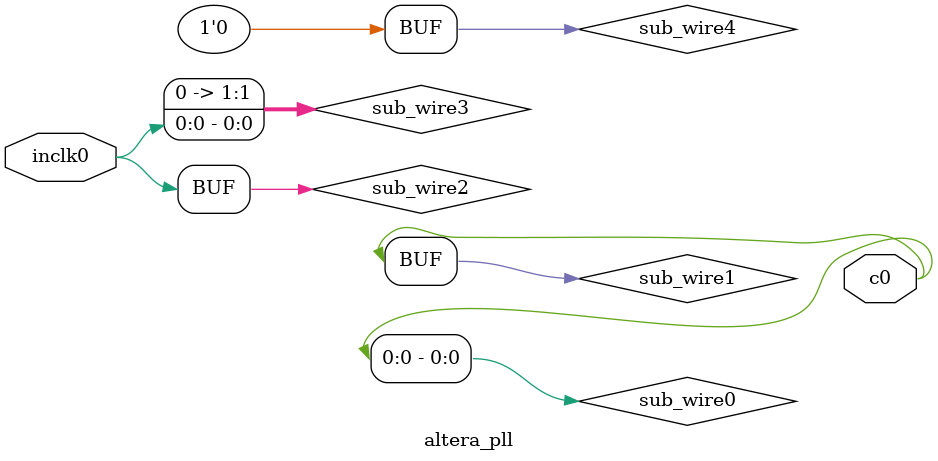
<source format=v>

`include "minsoc_defines.v"

module altera_pll (
	inclk0,
	c0);

        parameter FREQ_MULT = 1;
        parameter FREQ_DIV = 1;

	input	  inclk0;
	output	  c0;


`ifdef ARRIA_GX
    localparam FAMILY = "Arria GX";
`elsif ARRIA_II_GX
    localparam FAMILY = "Arria II GX";
`elsif CYCLONE_I
    localparam FAMILY = "Cyclone I";
`elsif CYCLONE_II
    localparam FAMILY = "Cyclone II";
`elsif CYCLONE_III
    localparam FAMILY = "Cyclone III";
`elsif CYCLONE_III_LS
    localparam FAMILY = "Cyclone III LS";
`elsif CYCLONE_IV_E
    localparam FAMILY = "Cyclone IV E";
`elsif CYCLONE_IV_GS
    localparam FAMILY = "Cyclone IV GS";
`elsif MAX_II
    localparam FAMILY = "MAX II";
`elsif MAX_V
    localparam FAMILY = "MAX V";
`elsif MAX3000A
    localparam FAMILY = "MAX3000A";
`elsif MAX7000AE
    localparam FAMILY = "MAX7000AE";
`elsif MAX7000B
    localparam FAMILY = "MAX7000B";
`elsif MAX7000S
    localparam FAMILY = "MAX7000S";
`elsif STRATIX
    localparam FAMILY = "Stratix";
`elsif STRATIX_II
    defapram systemPll.FAMILY = "Stratix II";
`elsif STRATIX_II_GX
    localparam FAMILY = "Stratix II GX";
`elsif STRATIX_III
    localparam FAMILY = "Stratix III"
`endif


	wire [4:0] sub_wire0;
	wire [0:0] sub_wire4 = 1'h0;
	wire [0:0] sub_wire1 = sub_wire0[0:0];
	wire  c0 = sub_wire1;
	wire  sub_wire2 = inclk0;
	wire [1:0] sub_wire3 = {sub_wire4, sub_wire2};

`ifdef ALTERA_FPGA
	altpll	altpll_component (
				.inclk (sub_wire3),
				.clk (sub_wire0),
				.activeclock (),
				.areset (1'b0),
				.clkbad (),
				.clkena ({6{1'b1}}),
				.clkloss (),
				.clkswitch (1'b0),
				.configupdate (1'b0),
				.enable0 (),
				.enable1 (),
				.extclk (),
				.extclkena ({4{1'b1}}),
				.fbin (1'b1),
				.fbmimicbidir (),
				.fbout (),
				.fref (),
				.icdrclk (),
				.locked (),
				.pfdena (1'b1),
				.phasecounterselect ({4{1'b1}}),
				.phasedone (),
				.phasestep (1'b1),
				.phaseupdown (1'b1),
				.pllena (1'b1),
				.scanaclr (1'b0),
				.scanclk (1'b0),
				.scanclkena (1'b1),
				.scandata (1'b0),
				.scandataout (),
				.scandone (),
				.scanread (1'b0),
				.scanwrite (1'b0),
				.sclkout0 (),
				.sclkout1 (),
				.vcooverrange (),
				.vcounderrange ());
	defparam
		altpll_component.bandwidth_type = "AUTO",
		altpll_component.clk0_divide_by = FREQ_DIV,
		altpll_component.clk0_duty_cycle = 50,
		altpll_component.clk0_multiply_by = FREQ_MULT,
		altpll_component.clk0_phase_shift = "0",
		altpll_component.compensate_clock = "CLK0",
		altpll_component.inclk0_input_frequency = 20000,
		altpll_component.intended_device_family = FAMILY,
		altpll_component.lpm_hint = "CBX_MODULE_PREFIX=minsocPll",
		altpll_component.lpm_type = "altpll",
		altpll_component.operation_mode = "NORMAL",
		altpll_component.pll_type = "AUTO",
		altpll_component.port_activeclock = "PORT_UNUSED",
		altpll_component.port_areset = "PORT_UNUSED",
		altpll_component.port_clkbad0 = "PORT_UNUSED",
		altpll_component.port_clkbad1 = "PORT_UNUSED",
		altpll_component.port_clkloss = "PORT_UNUSED",
		altpll_component.port_clkswitch = "PORT_UNUSED",
		altpll_component.port_configupdate = "PORT_UNUSED",
		altpll_component.port_fbin = "PORT_UNUSED",
		altpll_component.port_inclk0 = "PORT_USED",
		altpll_component.port_inclk1 = "PORT_UNUSED",
		altpll_component.port_locked = "PORT_UNUSED",
		altpll_component.port_pfdena = "PORT_UNUSED",
		altpll_component.port_phasecounterselect = "PORT_UNUSED",
		altpll_component.port_phasedone = "PORT_UNUSED",
		altpll_component.port_phasestep = "PORT_UNUSED",
		altpll_component.port_phaseupdown = "PORT_UNUSED",
		altpll_component.port_pllena = "PORT_UNUSED",
		altpll_component.port_scanaclr = "PORT_UNUSED",
		altpll_component.port_scanclk = "PORT_UNUSED",
		altpll_component.port_scanclkena = "PORT_UNUSED",
		altpll_component.port_scandata = "PORT_UNUSED",
		altpll_component.port_scandataout = "PORT_UNUSED",
		altpll_component.port_scandone = "PORT_UNUSED",
		altpll_component.port_scanread = "PORT_UNUSED",
		altpll_component.port_scanwrite = "PORT_UNUSED",
		altpll_component.port_clk0 = "PORT_USED",
		altpll_component.port_clk1 = "PORT_UNUSED",
		altpll_component.port_clk2 = "PORT_UNUSED",
		altpll_component.port_clk3 = "PORT_UNUSED",
		altpll_component.port_clk4 = "PORT_UNUSED",
		altpll_component.port_clk5 = "PORT_UNUSED",
		altpll_component.port_clkena0 = "PORT_UNUSED",
		altpll_component.port_clkena1 = "PORT_UNUSED",
		altpll_component.port_clkena2 = "PORT_UNUSED",
		altpll_component.port_clkena3 = "PORT_UNUSED",
		altpll_component.port_clkena4 = "PORT_UNUSED",
		altpll_component.port_clkena5 = "PORT_UNUSED",
		altpll_component.port_extclk0 = "PORT_UNUSED",
		altpll_component.port_extclk1 = "PORT_UNUSED",
		altpll_component.port_extclk2 = "PORT_UNUSED",
		altpll_component.port_extclk3 = "PORT_UNUSED",
		altpll_component.width_clock = 5;
`endif

endmodule


</source>
